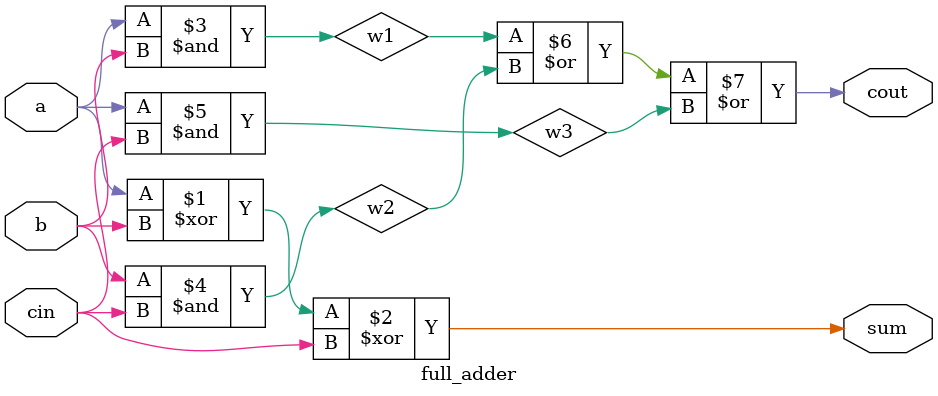
<source format=v>

module full_adder(input a, b, cin,
                output sum, cout
                );

wire w1, w2, w3;

                assign sum = a ^ b ^ cin;
                assign w1 = a & b;
                assign w2 = b & cin;
                assign w3 = a & cin;
                assign cout = w1 | w2 | w3;

endmodule

</source>
